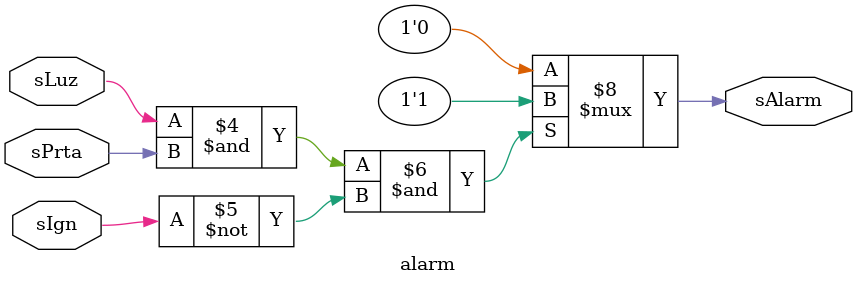
<source format=v>
/*
    Este es un ejemplo representativo de un caso en donde se desarrolla
    una alarma de un automovil que se dispara cuando se dejan las luces
    encendidas y alguna puerta abierta y el motor apagado, caso contrario
    la alarma permanece en OFF cuando igualmente las luces estan encendidas
    y las puertas abiertas y el motor encendido, ya que se entiende que el
    carro esta en uso, y no tiene sentido disparar la alarma,

    este es un ejemplo muy simplista de un caso con la finalidad de
    poner en practica el lenguaje Verilog.

*/

module alarm (

    sLuz,   // signal luz encendida
    sPrta,  // signal Puerta abierta
    sIgn,   // signal ignicion encendida
    sAlarm  // signal de alarma
);
    
input sLuz, sPrta, sIgn;
output sAlarm;

reg sAlarm;

always @(sLuz or sPrta or sIgn) begin

    if (sLuz == 1 & sPrta == 1 & sIgn == 0) begin
        sAlarm = 1;
    end
    else begin
        sAlarm = 0;
    end
    
end

endmodule
</source>
